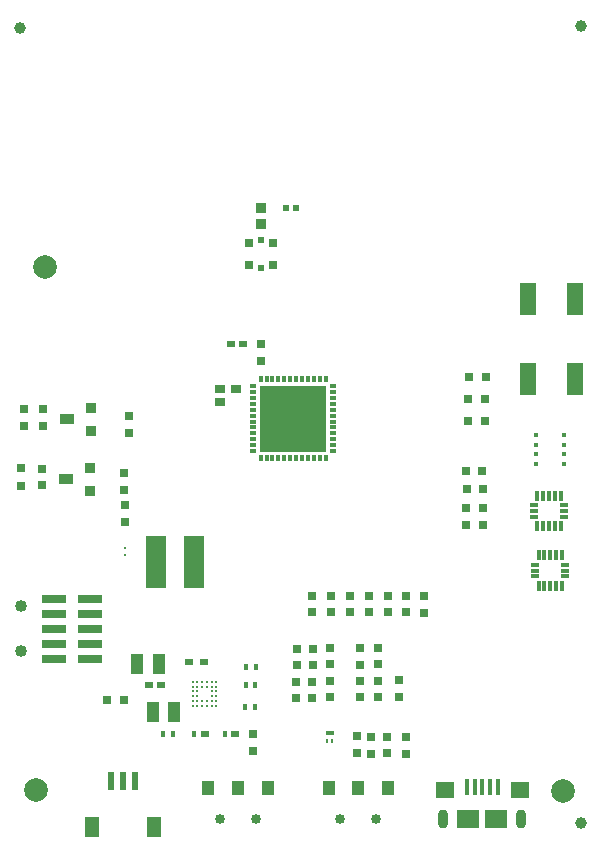
<source format=gbr>
%TF.GenerationSoftware,Altium Limited,Altium Designer,20.2.4 (192)*%
G04 Layer_Color=255*
%FSLAX26Y26*%
%MOIN*%
%TF.SameCoordinates,397090C4-8786-4783-B811-474920FB5975*%
%TF.FilePolarity,Positive*%
%TF.FileFunction,Pads,Top*%
%TF.Part,Single*%
G01*
G75*
%TA.AperFunction,SMDPad,CuDef*%
%ADD11R,0.220472X0.220472*%
%ADD12R,0.031496X0.011811*%
%ADD13R,0.011811X0.036417*%
%ADD14R,0.011811X0.021654*%
%ADD15R,0.021654X0.011811*%
%ADD16R,0.030000X0.030000*%
%ADD17R,0.025000X0.020000*%
%ADD18R,0.030000X0.030000*%
%ADD19R,0.050000X0.036000*%
%ADD20R,0.036000X0.036000*%
%ADD21R,0.039370X0.047244*%
%ADD22R,0.019291X0.020472*%
%ADD23R,0.039370X0.070866*%
%TA.AperFunction,BGAPad,CuDef*%
%ADD24C,0.008268*%
%TA.AperFunction,SMDPad,CuDef*%
%ADD25R,0.031496X0.031496*%
%ADD26R,0.017126X0.020000*%
%ADD27R,0.047244X0.070866*%
%ADD28R,0.023622X0.061024*%
%ADD29R,0.015748X0.053150*%
%ADD30R,0.074803X0.061024*%
%ADD31R,0.062992X0.055118*%
%ADD32R,0.029528X0.031496*%
%ADD33R,0.019685X0.022835*%
%ADD34R,0.037402X0.033465*%
%ADD35C,0.007874*%
%ADD36R,0.054724X0.108268*%
%ADD37R,0.055118X0.108268*%
%ADD38R,0.035433X0.031496*%
%ADD39R,0.068898X0.177165*%
%TA.AperFunction,BGAPad,CuDef*%
%ADD40R,0.015748X0.015748*%
%TA.AperFunction,SMDPad,CuDef*%
%ADD41R,0.079921X0.029921*%
%ADD42R,0.009842X0.015748*%
%ADD43R,0.027559X0.015748*%
%ADD62C,0.039370*%
%TA.AperFunction,ViaPad*%
%ADD63C,0.039370*%
%ADD64C,0.078740*%
%TA.AperFunction,ComponentPad*%
%ADD65C,0.033465*%
%ADD66O,0.035433X0.062992*%
%ADD67C,0.040157*%
D11*
X960630Y1397638D02*
D03*
D12*
X1868197Y910685D02*
D03*
Y891000D02*
D03*
Y871315D02*
D03*
X1767803D02*
D03*
Y891000D02*
D03*
Y910685D02*
D03*
X1864197Y1109685D02*
D03*
Y1090000D02*
D03*
Y1070315D02*
D03*
X1763803D02*
D03*
Y1090000D02*
D03*
Y1109685D02*
D03*
D13*
X1857370Y840311D02*
D03*
X1837685D02*
D03*
X1818000D02*
D03*
X1798315D02*
D03*
X1778630D02*
D03*
Y941689D02*
D03*
X1798315D02*
D03*
X1818000D02*
D03*
X1837685D02*
D03*
X1857370D02*
D03*
X1853370Y1039311D02*
D03*
X1833685D02*
D03*
X1814000D02*
D03*
X1794315D02*
D03*
X1774630D02*
D03*
Y1140689D02*
D03*
X1794315D02*
D03*
X1814000D02*
D03*
X1833685D02*
D03*
X1853370D02*
D03*
D14*
X1068898Y1264764D02*
D03*
X970472D02*
D03*
X950787D02*
D03*
X931102D02*
D03*
X911417D02*
D03*
X891732D02*
D03*
X872047D02*
D03*
X990158D02*
D03*
X1009842D02*
D03*
X1029527D02*
D03*
X1049213D02*
D03*
X852362D02*
D03*
X1049213Y1530512D02*
D03*
X970472D02*
D03*
X891732D02*
D03*
X1029527D02*
D03*
X1009842D02*
D03*
X990158D02*
D03*
X911417D02*
D03*
X931102D02*
D03*
X950787D02*
D03*
X872047D02*
D03*
X852362D02*
D03*
X1068898D02*
D03*
D15*
X1093504Y1309055D02*
D03*
Y1387795D02*
D03*
Y1466535D02*
D03*
Y1328740D02*
D03*
Y1348425D02*
D03*
Y1368110D02*
D03*
Y1446850D02*
D03*
Y1427165D02*
D03*
Y1407480D02*
D03*
Y1486220D02*
D03*
Y1505906D02*
D03*
Y1289370D02*
D03*
X827756Y1309055D02*
D03*
Y1387795D02*
D03*
Y1466535D02*
D03*
Y1328740D02*
D03*
Y1348425D02*
D03*
Y1368110D02*
D03*
Y1446850D02*
D03*
Y1427165D02*
D03*
Y1407480D02*
D03*
Y1486220D02*
D03*
Y1505906D02*
D03*
Y1289370D02*
D03*
D16*
X1185000Y523000D02*
D03*
Y468000D02*
D03*
X1314000Y470000D02*
D03*
Y525000D02*
D03*
X1173000Y338000D02*
D03*
Y283000D02*
D03*
X1244000Y578000D02*
D03*
Y633000D02*
D03*
X1182000Y577000D02*
D03*
Y632000D02*
D03*
X1245000Y524000D02*
D03*
Y469000D02*
D03*
X972000Y630010D02*
D03*
Y575010D02*
D03*
X124000Y1176000D02*
D03*
Y1231000D02*
D03*
X415000Y1405000D02*
D03*
Y1350000D02*
D03*
X397000Y1215000D02*
D03*
Y1160000D02*
D03*
X128000Y1428000D02*
D03*
Y1373000D02*
D03*
X853000Y1646000D02*
D03*
Y1591000D02*
D03*
X1220000Y336000D02*
D03*
Y281000D02*
D03*
X400000Y1054000D02*
D03*
Y1109000D02*
D03*
X1397000Y751000D02*
D03*
Y806000D02*
D03*
X1337000Y752000D02*
D03*
Y807000D02*
D03*
X1275591Y752087D02*
D03*
Y807087D02*
D03*
X1212598Y752087D02*
D03*
Y807087D02*
D03*
X1149606Y752087D02*
D03*
Y807087D02*
D03*
X1086614Y752087D02*
D03*
Y807087D02*
D03*
X1023622Y752087D02*
D03*
Y807087D02*
D03*
X1027010Y575010D02*
D03*
Y630010D02*
D03*
X1082677Y469000D02*
D03*
Y524000D02*
D03*
X1082020Y634010D02*
D03*
X1024000Y465000D02*
D03*
Y520000D02*
D03*
X827000Y346000D02*
D03*
Y291000D02*
D03*
X968990Y520000D02*
D03*
Y465000D02*
D03*
X1336000Y281000D02*
D03*
Y336000D02*
D03*
X1274000Y282000D02*
D03*
Y337000D02*
D03*
D17*
X663905Y586000D02*
D03*
X612095D02*
D03*
X795000Y1645000D02*
D03*
X755000D02*
D03*
X480000Y509000D02*
D03*
X520000D02*
D03*
X665354Y346457D02*
D03*
X768346D02*
D03*
D18*
X1592512Y1042630D02*
D03*
X1537512D02*
D03*
X396000Y461000D02*
D03*
X341000D02*
D03*
X1543693Y1461370D02*
D03*
X1598693D02*
D03*
X1544000Y1391000D02*
D03*
X1599000D02*
D03*
X1594370Y1161417D02*
D03*
X1539370D02*
D03*
X1535433Y1224409D02*
D03*
X1590433D02*
D03*
X1592000Y1100000D02*
D03*
X1537000D02*
D03*
X1602244Y1535433D02*
D03*
X1547244D02*
D03*
X1082020Y579010D02*
D03*
D19*
X206000Y1395000D02*
D03*
X203000Y1195000D02*
D03*
D20*
X286000Y1432000D02*
D03*
Y1357000D02*
D03*
X283000Y1157000D02*
D03*
Y1232000D02*
D03*
D21*
X1078740Y165354D02*
D03*
X1177165D02*
D03*
X1275591D02*
D03*
X875370Y165362D02*
D03*
X776945D02*
D03*
X678520D02*
D03*
D22*
X969945Y2101000D02*
D03*
X938055D02*
D03*
D23*
X494134Y418226D02*
D03*
X565000D02*
D03*
X441630Y581000D02*
D03*
X512496D02*
D03*
D24*
X704567Y440787D02*
D03*
X688819D02*
D03*
X673071D02*
D03*
X657323D02*
D03*
X641575D02*
D03*
X625827D02*
D03*
X704567Y456536D02*
D03*
X688819D02*
D03*
X673071D02*
D03*
X657323D02*
D03*
X641575D02*
D03*
X625827D02*
D03*
X704567Y472284D02*
D03*
X688819D02*
D03*
X641575D02*
D03*
X625827D02*
D03*
X704567Y488031D02*
D03*
X688819D02*
D03*
X641575D02*
D03*
X625827D02*
D03*
X704567Y503780D02*
D03*
X688819D02*
D03*
X673071D02*
D03*
X657323D02*
D03*
X641575D02*
D03*
X625827D02*
D03*
X704567Y519528D02*
D03*
X688819D02*
D03*
X673071D02*
D03*
X657323D02*
D03*
X641575D02*
D03*
X625827D02*
D03*
D25*
X54000Y1231528D02*
D03*
Y1172472D02*
D03*
X62992Y1372047D02*
D03*
Y1431102D02*
D03*
D26*
X835276Y570866D02*
D03*
X803150D02*
D03*
X834646Y507874D02*
D03*
X802520D02*
D03*
X833638Y436000D02*
D03*
X801512D02*
D03*
X559055Y346457D02*
D03*
X526929D02*
D03*
X629291D02*
D03*
X732284D02*
D03*
D27*
X496063Y36417D02*
D03*
X291339D02*
D03*
D28*
X393701Y188976D02*
D03*
X354331D02*
D03*
X433071D02*
D03*
D29*
X1591245Y169315D02*
D03*
X1565654D02*
D03*
X1540063D02*
D03*
X1616835D02*
D03*
X1642426D02*
D03*
D30*
X1544000Y64000D02*
D03*
X1638489D02*
D03*
D31*
X1717229Y160456D02*
D03*
X1465260D02*
D03*
D32*
X813646Y1983071D02*
D03*
X894354D02*
D03*
Y1908268D02*
D03*
X813646D02*
D03*
D33*
X854000Y1991339D02*
D03*
Y1900000D02*
D03*
D34*
X855000Y2047425D02*
D03*
Y2100575D02*
D03*
D35*
X399000Y966300D02*
D03*
Y941700D02*
D03*
D36*
X1744094Y1529528D02*
D03*
D37*
X1901575D02*
D03*
X1744094Y1795276D02*
D03*
X1901575D02*
D03*
D38*
X715441Y1496653D02*
D03*
X770559D02*
D03*
X715441Y1453347D02*
D03*
D39*
X503024Y919000D02*
D03*
X630976D02*
D03*
D40*
X1768756Y1247756D02*
D03*
Y1279252D02*
D03*
Y1310748D02*
D03*
Y1342244D02*
D03*
X1863244D02*
D03*
Y1310748D02*
D03*
Y1279252D02*
D03*
Y1247756D02*
D03*
D41*
X165157Y647047D02*
D03*
X285236Y797047D02*
D03*
Y747047D02*
D03*
Y697047D02*
D03*
Y647047D02*
D03*
Y597047D02*
D03*
X165157Y797047D02*
D03*
Y747047D02*
D03*
Y697047D02*
D03*
Y597047D02*
D03*
D42*
X1091858Y321220D02*
D03*
X1074142D02*
D03*
D43*
X1083000Y348779D02*
D03*
D62*
X1920000Y50000D02*
D03*
D63*
Y2707000D02*
D03*
X51000Y2700000D02*
D03*
D64*
X135000Y1904000D02*
D03*
X103000Y158000D02*
D03*
X1861000Y156000D02*
D03*
D65*
X1236220Y62992D02*
D03*
X1118110Y62992D02*
D03*
X717890Y63000D02*
D03*
X836000Y63000D02*
D03*
D66*
X1721166Y64000D02*
D03*
X1461323D02*
D03*
D67*
X55118Y772047D02*
D03*
Y622047D02*
D03*
%TF.MD5,db2794a40f1a10c786aaf6939e1443d0*%
M02*

</source>
